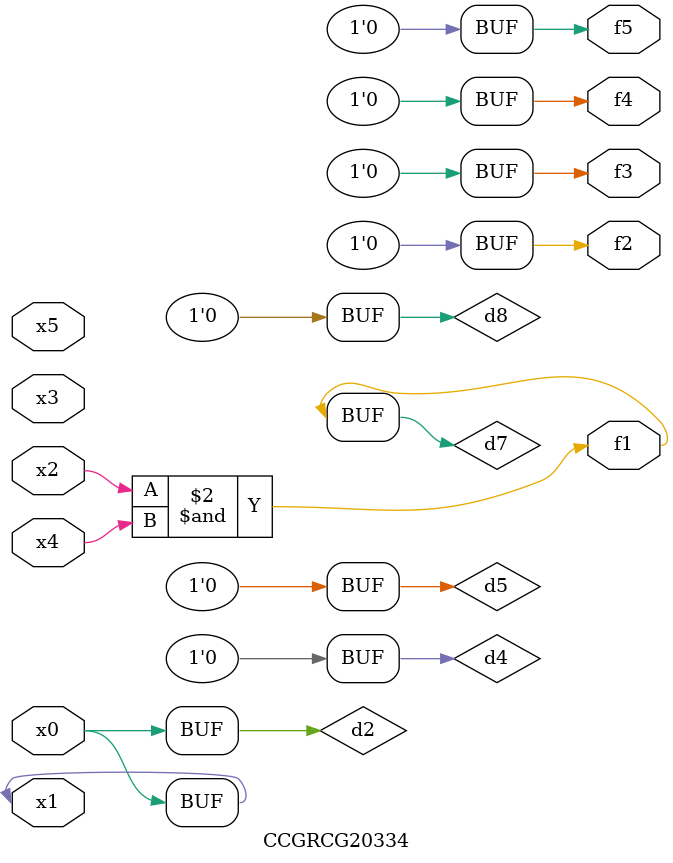
<source format=v>
module CCGRCG20334(
	input x0, x1, x2, x3, x4, x5,
	output f1, f2, f3, f4, f5
);

	wire d1, d2, d3, d4, d5, d6, d7, d8, d9;

	nand (d1, x1);
	buf (d2, x0, x1);
	nand (d3, x2, x4);
	and (d4, d1, d2);
	and (d5, d1, d2);
	nand (d6, d1, d3);
	not (d7, d3);
	xor (d8, d5);
	nor (d9, d5, d6);
	assign f1 = d7;
	assign f2 = d8;
	assign f3 = d8;
	assign f4 = d8;
	assign f5 = d8;
endmodule

</source>
